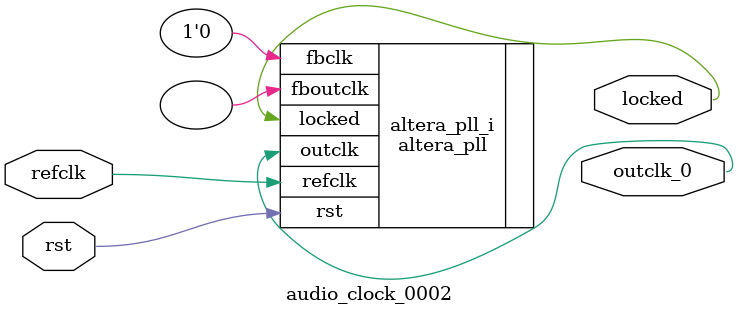
<source format=v>
`timescale 1ns/10ps
module  audio_clock_0002(

	// interface 'refclk'
	input wire refclk,

	// interface 'reset'
	input wire rst,

	// interface 'outclk0'
	output wire outclk_0,

	// interface 'locked'
	output wire locked
);

	altera_pll #(
		.fractional_vco_multiplier("true"),
		.reference_clock_frequency("50.0 MHz"),
		.operation_mode("direct"),
		.number_of_clocks(1),
		.output_clock_frequency0("3.072000 MHz"),
		.phase_shift0("0 ps"),
		.duty_cycle0(50),
		.output_clock_frequency1("0 MHz"),
		.phase_shift1("0 ps"),
		.duty_cycle1(50),
		.output_clock_frequency2("0 MHz"),
		.phase_shift2("0 ps"),
		.duty_cycle2(50),
		.output_clock_frequency3("0 MHz"),
		.phase_shift3("0 ps"),
		.duty_cycle3(50),
		.output_clock_frequency4("0 MHz"),
		.phase_shift4("0 ps"),
		.duty_cycle4(50),
		.output_clock_frequency5("0 MHz"),
		.phase_shift5("0 ps"),
		.duty_cycle5(50),
		.output_clock_frequency6("0 MHz"),
		.phase_shift6("0 ps"),
		.duty_cycle6(50),
		.output_clock_frequency7("0 MHz"),
		.phase_shift7("0 ps"),
		.duty_cycle7(50),
		.output_clock_frequency8("0 MHz"),
		.phase_shift8("0 ps"),
		.duty_cycle8(50),
		.output_clock_frequency9("0 MHz"),
		.phase_shift9("0 ps"),
		.duty_cycle9(50),
		.output_clock_frequency10("0 MHz"),
		.phase_shift10("0 ps"),
		.duty_cycle10(50),
		.output_clock_frequency11("0 MHz"),
		.phase_shift11("0 ps"),
		.duty_cycle11(50),
		.output_clock_frequency12("0 MHz"),
		.phase_shift12("0 ps"),
		.duty_cycle12(50),
		.output_clock_frequency13("0 MHz"),
		.phase_shift13("0 ps"),
		.duty_cycle13(50),
		.output_clock_frequency14("0 MHz"),
		.phase_shift14("0 ps"),
		.duty_cycle14(50),
		.output_clock_frequency15("0 MHz"),
		.phase_shift15("0 ps"),
		.duty_cycle15(50),
		.output_clock_frequency16("0 MHz"),
		.phase_shift16("0 ps"),
		.duty_cycle16(50),
		.output_clock_frequency17("0 MHz"),
		.phase_shift17("0 ps"),
		.duty_cycle17(50),
		.pll_type("General"),
		.pll_subtype("General")
	) altera_pll_i (
		.rst	(rst),
		.outclk	({outclk_0}),
		.locked	(locked),
		.fboutclk	( ),
		.fbclk	(1'b0),
		.refclk	(refclk)
	);
endmodule


</source>
